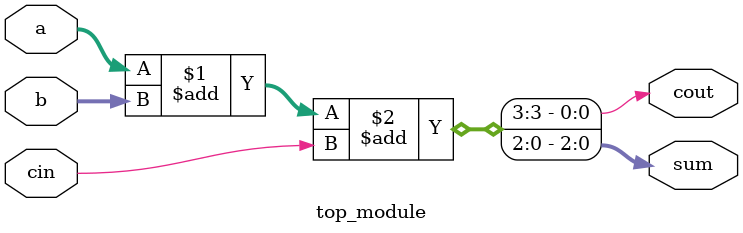
<source format=v>
module top_module( 
    input [2:0] a, b,
    input cin,
    output [2:0] sum,
    output cout
);

assign {cout, sum} = a + b + cin;

endmodule
</source>
